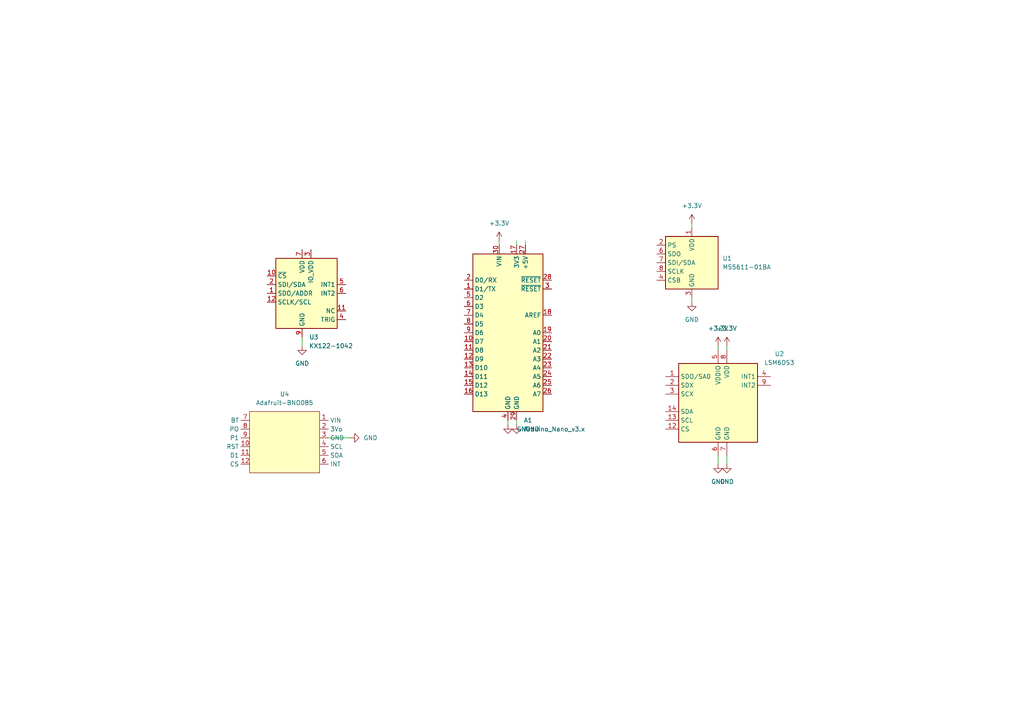
<source format=kicad_sch>
(kicad_sch (version 20211123) (generator eeschema)
  (paper "A4")
  (lib_symbols
    (symbol "MCU_Module:Arduino_Nano_v3.x"
      (property "Reference" "A" (at -10.16 23.495 0))
      (property "Value" "Arduino_Nano_v3.x" (at 5.08 -24.13 0))
      (symbol "Arduino_Nano_v3.x_0_1"
        (rectangle (start -10.16 22.86) (end 10.16 -22.86) (stroke (width 0.254)) (fill (type background)))
      )
      (symbol "Arduino_Nano_v3.x_1_1"
        (pin bidirectional line (at -12.7 12.7 0) (length 2.54) (name "D1/TX") (number "1"))
        (pin bidirectional line (at -12.7 -2.54 0) (length 2.54) (name "D7") (number "10"))
        (pin bidirectional line (at -12.7 -5.08 0) (length 2.54) (name "D8") (number "11"))
        (pin bidirectional line (at -12.7 -7.62 0) (length 2.54) (name "D9") (number "12"))
        (pin bidirectional line (at -12.7 -10.16 0) (length 2.54) (name "D10") (number "13"))
        (pin bidirectional line (at -12.7 -12.7 0) (length 2.54) (name "D11") (number "14"))
        (pin bidirectional line (at -12.7 -15.24 0) (length 2.54) (name "D12") (number "15"))
        (pin bidirectional line (at -12.7 -17.78 0) (length 2.54) (name "D13") (number "16"))
        (pin power_out line (at 2.54 25.4 270) (length 2.54) (name "3V3") (number "17"))
        (pin input line (at 12.7 5.08 180) (length 2.54) (name "AREF") (number "18"))
        (pin bidirectional line (at 12.7 0 180) (length 2.54) (name "A0") (number "19"))
        (pin bidirectional line (at -12.7 15.24 0) (length 2.54) (name "D0/RX") (number "2"))
        (pin bidirectional line (at 12.7 -2.54 180) (length 2.54) (name "A1") (number "20"))
        (pin bidirectional line (at 12.7 -5.08 180) (length 2.54) (name "A2") (number "21"))
        (pin bidirectional line (at 12.7 -7.62 180) (length 2.54) (name "A3") (number "22"))
        (pin bidirectional line (at 12.7 -10.16 180) (length 2.54) (name "A4") (number "23"))
        (pin bidirectional line (at 12.7 -12.7 180) (length 2.54) (name "A5") (number "24"))
        (pin bidirectional line (at 12.7 -15.24 180) (length 2.54) (name "A6") (number "25"))
        (pin bidirectional line (at 12.7 -17.78 180) (length 2.54) (name "A7") (number "26"))
        (pin power_out line (at 5.08 25.4 270) (length 2.54) (name "+5V") (number "27"))
        (pin input line (at 12.7 15.24 180) (length 2.54) (name "~{RESET}") (number "28"))
        (pin power_in line (at 2.54 -25.4 90) (length 2.54) (name "GND") (number "29"))
        (pin input line (at 12.7 12.7 180) (length 2.54) (name "~{RESET}") (number "3"))
        (pin power_in line (at -2.54 25.4 270) (length 2.54) (name "VIN") (number "30"))
        (pin power_in line (at 0 -25.4 90) (length 2.54) (name "GND") (number "4"))
        (pin bidirectional line (at -12.7 10.16 0) (length 2.54) (name "D2") (number "5"))
        (pin bidirectional line (at -12.7 7.62 0) (length 2.54) (name "D3") (number "6"))
        (pin bidirectional line (at -12.7 5.08 0) (length 2.54) (name "D4") (number "7"))
        (pin bidirectional line (at -12.7 2.54 0) (length 2.54) (name "D5") (number "8"))
        (pin bidirectional line (at -12.7 0 0) (length 2.54) (name "D6") (number "9"))
      )
    )
    (symbol "Sensor:Adafruit-BNO085"
      (property "Reference" "U" (at 0 0 0))
      (property "Value" "Adafruit-BNO085" (at 0 0 0))
      (symbol "Adafruit-BNO085_0_1"
        (rectangle (start -15.24 20.32) (end 5.08 2.54) (fill (type background)))
      )
      (symbol "Adafruit-BNO085_1_1"
        (pin bidirectional line (at 5.08 17.78 0) (length 2.54) (name "VIN") (number "1"))
        (pin bidirectional line (at -15.24 10.16 180) (length 2.54) (name "RST") (number "10"))
        (pin bidirectional line (at -15.24 7.62 180) (length 2.54) (name "D1") (number "11"))
        (pin bidirectional line (at -15.24 5.08 180) (length 2.54) (name "CS") (number "12"))
        (pin bidirectional line (at 5.08 15.24 0) (length 2.54) (name "3Vo") (number "2"))
        (pin bidirectional line (at 5.08 12.7 0) (length 2.54) (name "GND") (number "3"))
        (pin bidirectional line (at 5.08 10.16 0) (length 2.54) (name "SCL") (number "4"))
        (pin bidirectional line (at 5.08 7.62 0) (length 2.54) (name "SDA") (number "5"))
        (pin bidirectional line (at 5.08 5.08 0) (length 2.54) (name "INT") (number "6"))
        (pin bidirectional line (at -15.24 17.78 180) (length 2.54) (name "BT") (number "7"))
        (pin bidirectional line (at -15.24 15.24 180) (length 2.54) (name "PO") (number "8"))
        (pin bidirectional line (at -15.24 12.7 180) (length 2.54) (name "P1") (number "9"))
      )
    )
    (symbol "Sensor_Motion:KX122-1042"
      (property "Reference" "U" (at -5.08 11.43 0))
      (property "Value" "KX122-1042" (at 3.81 11.43 0))
      (symbol "KX122-1042_0_1"
        (rectangle (start -7.62 10.16) (end 10.16 -10.16) (stroke (width 0.254)) (fill (type background)))
      )
      (symbol "KX122-1042_1_1"
        (pin bidirectional line (at -10.16 0 0) (length 2.54) (name "SDO/ADDR") (number "1"))
        (pin input line (at -10.16 5.08 0) (length 2.54) (name "~{CS}") (number "10"))
        (pin passive line (at 12.7 -5.08 180) (length 2.54) (name "NC") (number "11"))
        (pin input line (at -10.16 -2.54 0) (length 2.54) (name "SCLK/SCL") (number "12"))
        (pin bidirectional line (at -10.16 2.54 0) (length 2.54) (name "SDI/SDA") (number "2"))
        (pin power_in line (at 2.54 12.7 270) (length 2.54) (name "IO_VDD") (number "3"))
        (pin input line (at 12.7 -7.62 180) (length 2.54) (name "TRIG") (number "4"))
        (pin output line (at 12.7 2.54 180) (length 2.54) (name "INT1") (number "5"))
        (pin output line (at 12.7 0 180) (length 2.54) (name "INT2") (number "6"))
        (pin power_in line (at 0 12.7 270) (length 2.54) (name "VDD") (number "7"))
        (pin power_in line (at 0 -12.7 90) (length 2.54) (name "GND") (number "9"))
      )
    )
    (symbol "Sensor_Motion:LSM6DS3"
      (property "Reference" "U" (at -11.43 15.24 0))
      (property "Value" "LSM6DS3" (at -11.43 12.7 0))
      (symbol "LSM6DS3_0_1"
        (rectangle (start 11.43 11.43) (end -11.43 -11.43) (stroke (width 0.254)) (fill (type background)))
      )
      (symbol "LSM6DS3_1_1"
        (pin bidirectional line (at -15.24 7.62 0) (length 3.81) (name "SDO/SA0") (number "1"))
        (pin no_connect line (at 10.16 -5.08 180) (length 3.81) hide (name "NC") (number "10"))
        (pin no_connect line (at 10.16 -2.54 180) (length 3.81) hide (name "NC") (number "11"))
        (pin input line (at -15.24 -7.62 0) (length 3.81) (name "CS") (number "12"))
        (pin input line (at -15.24 -5.08 0) (length 3.81) (name "SCL") (number "13"))
        (pin bidirectional line (at -15.24 -2.54 0) (length 3.81) (name "SDA") (number "14"))
        (pin bidirectional line (at -15.24 5.08 0) (length 3.81) (name "SDX") (number "2"))
        (pin input line (at -15.24 2.54 0) (length 3.81) (name "SCX") (number "3"))
        (pin output line (at 15.24 7.62 180) (length 3.81) (name "INT1") (number "4"))
        (pin power_in line (at 0 15.24 270) (length 3.81) (name "VDDIO") (number "5"))
        (pin power_in line (at 0 -15.24 90) (length 3.81) (name "GND") (number "6"))
        (pin power_in line (at 2.54 -15.24 90) (length 3.81) (name "GND") (number "7"))
        (pin power_in line (at 2.54 15.24 270) (length 3.81) (name "VDD") (number "8"))
        (pin output line (at 15.24 5.08 180) (length 3.81) (name "INT2") (number "9"))
      )
    )
    (symbol "Sensor_Pressure:MS5611-01BA"
      (property "Reference" "U" (at -6.35 8.89 0))
      (property "Value" "MS5611-01BA" (at 7.62 8.89 0))
      (symbol "MS5611-01BA_0_1"
        (rectangle (start -7.62 7.62) (end 7.62 -7.62) (stroke (width 0.254)) (fill (type background)))
      )
      (symbol "MS5611-01BA_1_1"
        (pin power_in line (at 0 10.16 270) (length 2.54) (name "VDD") (number "1"))
        (pin input line (at -10.16 5.08 0) (length 2.54) (name "PS") (number "2"))
        (pin power_in line (at 0 -10.16 90) (length 2.54) (name "GND") (number "3"))
        (pin input line (at -10.16 -5.08 0) (length 2.54) (name "CSB") (number "4"))
        (pin input line (at -10.16 -5.08 0) (length 2.54) hide (name "CSB") (number "5"))
        (pin output line (at -10.16 2.54 0) (length 2.54) (name "SDO") (number "6"))
        (pin bidirectional line (at -10.16 0 0) (length 2.54) (name "SDI/SDA") (number "7"))
        (pin input line (at -10.16 -2.54 0) (length 2.54) (name "SCLK") (number "8"))
      )
    )
    (symbol "power:+3.3V" (power) (pin_names (offset 0))
      (property "Value" "+3.3V" (at 0 3.556 0))
      (symbol "+3.3V_0_1"
        (polyline (pts (xy -0.762 1.27) (xy 0 2.54)))
        (polyline (pts (xy 0 0) (xy 0 2.54)))
        (polyline (pts (xy 0 2.54) (xy 0.762 1.27)))
      )
      (symbol "+3.3V_1_1"
        (pin power_in line (at 0 0 90) (length 0) hide (name "+3.3V") (number "1"))
      )
    )
    (symbol "power:GND" (power) (pin_names (offset 0))
      (property "Value" "GND" (at 0 -3.81 0))
      (symbol "GND_0_1"
        (polyline (pts (xy 0 0) (xy 0 -1.27) (xy 1.27 -1.27) (xy 0 -2.54) (xy -1.27 -1.27) (xy 0 -1.27)))
      )
      (symbol "GND_1_1"
        (pin power_in line (at 0 0 270) (length 0) hide (name "GND") (number "1"))
      )
    )
  )
  (wire (pts (xy 208.28 132.08) (xy 208.28 134.62)))
  (wire (pts (xy 149.86 121.92) (xy 149.86 123.19)))
  (wire (pts (xy 210.82 100.33) (xy 210.82 101.6)))
  (wire (pts (xy 200.66 86.36) (xy 200.66 87.63)))
  (wire (pts (xy 208.28 100.33) (xy 208.28 101.6)))
  (wire (pts (xy 144.78 69.85) (xy 144.78 71.12)))
  (wire (pts (xy 152.4 69.85) (xy 152.4 71.12)))
  (wire (pts (xy 87.63 97.79) (xy 87.63 100.33)))
  (wire (pts (xy 210.82 132.08) (xy 210.82 134.62)))
  (wire (pts (xy 95.25 127) (xy 101.6 127)))
  (wire (pts (xy 147.32 121.92) (xy 147.32 123.19)))
  (wire (pts (xy 149.86 69.85) (xy 149.86 71.12)))
  (wire (pts (xy 200.66 64.77) (xy 200.66 66.04)))
  (symbol (lib_id "MCU_Module:Arduino_Nano_v3.x") (at 147.32 96.52 0) (unit 1)
    (property "Reference" "A1" (at 151.8794 121.92 0) (effects (justify left)))
    (property "Value" "Arduino_Nano_v3.x" (at 151.8794 124.46 0) (effects (justify left)))
    (property "Footprint" "Module:Arduino_Nano" (effects hide))
    (property "Datasheet" "http://www.mouser.com/pdfdocs/Gravitech_Arduino_Nano3_0.pdf" (effects hide))
  )
  (symbol (lib_id "power:GND") (at 200.66 87.63 0) (unit 1)
    (property "Reference" "#PWR?" (effects hide))
    (property "Value" "GND" (at 200.66 92.71 0))
  )
  (symbol (lib_id "Sensor_Pressure:MS5611-01BA") (at 200.66 76.2 0) (unit 1)
    (property "Reference" "U1" (at 209.55 74.9299 0) (effects (justify left)))
    (property "Value" "MS5611-01BA" (at 209.55 77.4699 0) (effects (justify left)))
    (property "Footprint" "Package_LGA:LGA-8_3x5mm_P1.25mm" (effects hide))
    (property "Datasheet" "https://www.te.com/commerce/DocumentDelivery/DDEController?Action=srchrtrv&DocNm=MS5611-01BA03&DocType=Data+Sheet&DocLang=English" (effects hide))
  )
  (symbol (lib_id "power:+3.3V") (at 144.78 69.85 0) (unit 1)
    (property "Reference" "#PWR?" (effects hide))
    (property "Value" "+3.3V" (at 144.78 64.77 0))
  )
  (symbol (lib_id "power:+3.3V") (at 200.66 64.77 0) (unit 1)
    (property "Reference" "#PWR?" (effects hide))
    (property "Value" "+3.3V" (at 200.66 59.69 0))
  )
  (symbol (lib_id "power:+3.3V") (at 210.82 100.33 0) (unit 1)
    (property "Reference" "#PWR?" (effects hide))
    (property "Value" "+3.3V" (at 210.82 95.25 0))
  )
  (symbol (lib_id "Sensor:Adafruit-BNO085") (at 87.63 139.7 0) (unit 1)
    (property "Reference" "U4" (at 82.55 114.3 0))
    (property "Value" "Adafruit-BNO085" (at 82.55 116.84 0))
    (property "Footprint" "Sensor:Adafruit_BNO805" (effects hide))
  )
  (symbol (lib_id "power:GND") (at 101.6 127 90) (unit 1)
    (property "Reference" "#PWR?" (effects hide))
    (property "Value" "GND" (at 105.41 126.9999 90) (effects (justify right)))
  )
  (symbol (lib_id "Sensor_Motion:KX122-1042") (at 87.63 85.09 0) (unit 1)
    (property "Reference" "U3" (at 89.6494 97.79 0) (effects (justify left)))
    (property "Value" "KX122-1042" (at 89.6494 100.33 0) (effects (justify left)))
    (property "Footprint" "Package_LGA:LGA-12_2x2mm_P0.5mm" (effects hide))
    (property "Datasheet" "http://kionixfs.kionix.com/en/datasheet/KX112-1042-Specifications-Rev-6.0.pdf" (effects hide))
  )
  (symbol (lib_id "power:GND") (at 147.32 123.19 0) (unit 1)
    (property "Reference" "#PWR?" (effects hide))
    (property "Value" "GND" (at 149.86 124.4599 0) (effects (justify left)))
  )
  (symbol (lib_id "power:+3.3V") (at 208.28 100.33 0) (unit 1)
    (property "Reference" "#PWR?" (effects hide))
    (property "Value" "+3.3V" (at 208.28 95.25 0))
  )
  (symbol (lib_id "power:GND") (at 208.28 134.62 0) (unit 1)
    (property "Reference" "#PWR?" (effects hide))
    (property "Value" "GND" (at 208.28 139.7 0))
  )
  (symbol (lib_id "Sensor_Motion:LSM6DS3") (at 208.28 116.84 0) (unit 1)
    (property "Reference" "U2" (at 226.06 102.6412 0))
    (property "Value" "LSM6DS3" (at 226.06 105.1812 0))
    (property "Footprint" "Package_LGA:LGA-14_3x2.5mm_P0.5mm_LayoutBorder3x4y" (effects hide))
    (property "Datasheet" "www.st.com/resource/en/datasheet/lsm6ds3.pdf" (effects hide))
  )
  (symbol (lib_id "power:GND") (at 149.86 123.19 0) (unit 1)
    (property "Reference" "#PWR?" (effects hide))
    (property "Value" "GND" (at 152.4 124.4599 0) (effects (justify left)))
  )
  (symbol (lib_id "power:GND") (at 210.82 134.62 0) (unit 1)
    (property "Reference" "#PWR?" (effects hide))
    (property "Value" "GND" (at 210.82 139.7 0))
  )
  (symbol (lib_id "power:GND") (at 87.63 100.33 0) (unit 1)
    (property "Reference" "#PWR?" (effects hide))
    (property "Value" "GND" (at 87.63 105.41 0))
  )
)
</source>
